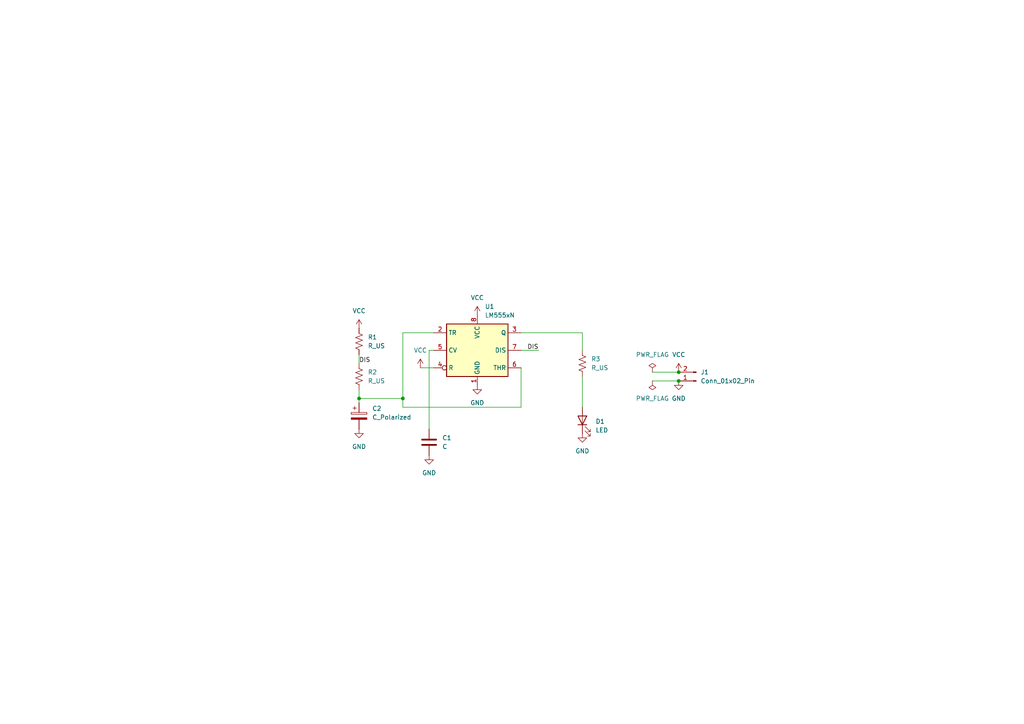
<source format=kicad_sch>
(kicad_sch (version 20231120) (generator "eeschema") (generator_version "8.0")
  (paper "A4")
  (title_block (title "Timer") (date "2024-10-26") (rev "V1"))
  (lib_symbols
    (symbol "Connector:Conn_01x02_Pin" (pin_names (offset 1.016) hide)
      (property "Reference" "J" (at 0 2.54 0))
      (property "Value" "Conn_01x02_Pin" (at 0 -5.08 0))
      (symbol "Conn_01x02_Pin_1_1"
        (polyline (pts (xy 1.27 -2.54) (xy 0.8636 -2.54)) (stroke (width 0.1524)))
        (polyline (pts (xy 1.27 0) (xy 0.8636 0)) (stroke (width 0.1524)))
        (rectangle (start 0.8636 -2.413) (end 0 -2.667) (stroke (width 0.1524)) (fill (type outline)))
        (rectangle (start 0.8636 0.127) (end 0 -0.127) (stroke (width 0.1524)) (fill (type outline)))
        (pin passive line (at 5.08 0 180) (length 3.81) (name "Pin_1") (number "1"))
        (pin passive line (at 5.08 -2.54 180) (length 3.81) (name "Pin_2") (number "2"))
      )
    )
    (symbol "Device:C" (pin_numbers hide) (pin_names (offset 0.254))
      (property "Reference" "C" (at 0.635 2.54 0))
      (property "Value" "C" (at 0.635 -2.54 0))
      (symbol "C_0_1"
        (polyline (pts (xy -2.032 -0.762) (xy 2.032 -0.762)) (stroke (width 0.508)))
        (polyline (pts (xy -2.032 0.762) (xy 2.032 0.762)) (stroke (width 0.508)))
      )
      (symbol "C_1_1"
        (pin passive line (at 0 3.81 270) (length 2.794) (name "~") (number "1"))
        (pin passive line (at 0 -3.81 90) (length 2.794) (name "~") (number "2"))
      )
    )
    (symbol "Device:C_Polarized" (pin_numbers hide) (pin_names (offset 0.254))
      (property "Reference" "C" (at 0.635 2.54 0))
      (property "Value" "C_Polarized" (at 0.635 -2.54 0))
      (symbol "C_Polarized_0_1"
        (rectangle (start -2.286 0.508) (end 2.286 1.016))
        (polyline (pts (xy -1.778 2.286) (xy -0.762 2.286)))
        (polyline (pts (xy -1.27 2.794) (xy -1.27 1.778)))
        (rectangle (start 2.286 -0.508) (end -2.286 -1.016) (fill (type outline)))
      )
      (symbol "C_Polarized_1_1"
        (pin passive line (at 0 3.81 270) (length 2.794) (name "~") (number "1"))
        (pin passive line (at 0 -3.81 90) (length 2.794) (name "~") (number "2"))
      )
    )
    (symbol "Device:LED" (pin_numbers hide) (pin_names (offset 1.016) hide)
      (property "Reference" "D" (at 0 2.54 0))
      (property "Value" "LED" (at 0 -2.54 0))
      (symbol "LED_0_1"
        (polyline (pts (xy -1.27 -1.27) (xy -1.27 1.27)) (stroke (width 0.254)))
        (polyline (pts (xy -1.27 0) (xy 1.27 0)))
        (polyline (pts (xy 1.27 -1.27) (xy 1.27 1.27) (xy -1.27 0) (xy 1.27 -1.27)) (stroke (width 0.254)))
        (polyline (pts (xy -3.048 -0.762) (xy -4.572 -2.286) (xy -3.81 -2.286) (xy -4.572 -2.286) (xy -4.572 -1.524)))
        (polyline (pts (xy -1.778 -0.762) (xy -3.302 -2.286) (xy -2.54 -2.286) (xy -3.302 -2.286) (xy -3.302 -1.524)))
      )
      (symbol "LED_1_1"
        (pin passive line (at -3.81 0 0) (length 2.54) (name "K") (number "1"))
        (pin passive line (at 3.81 0 180) (length 2.54) (name "A") (number "2"))
      )
    )
    (symbol "Device:R_US" (pin_numbers hide) (pin_names (offset 0))
      (property "Reference" "R" (at 2.54 0 90))
      (property "Value" "R_US" (at -2.54 0 90))
      (symbol "R_US_0_1"
        (polyline (pts (xy 0 -2.286) (xy 0 -2.54)))
        (polyline (pts (xy 0 2.286) (xy 0 2.54)))
        (polyline (pts (xy 0 -0.762) (xy 1.016 -1.143) (xy 0 -1.524) (xy -1.016 -1.905) (xy 0 -2.286)))
        (polyline (pts (xy 0 0.762) (xy 1.016 0.381) (xy 0 0) (xy -1.016 -0.381) (xy 0 -0.762)))
        (polyline (pts (xy 0 2.286) (xy 1.016 1.905) (xy 0 1.524) (xy -1.016 1.143) (xy 0 0.762)))
      )
      (symbol "R_US_1_1"
        (pin passive line (at 0 3.81 270) (length 1.27) (name "~") (number "1"))
        (pin passive line (at 0 -3.81 90) (length 1.27) (name "~") (number "2"))
      )
    )
    (symbol "Timer:LM555xN"
      (property "Reference" "U" (at -10.16 8.89 0))
      (property "Value" "LM555xN" (at 2.54 8.89 0))
      (symbol "LM555xN_0_0"
        (pin power_in line (at 0 -10.16 90) (length 2.54) (name "GND") (number "1"))
        (pin power_in line (at 0 10.16 270) (length 2.54) (name "VCC") (number "8"))
      )
      (symbol "LM555xN_0_1"
        (rectangle (start -8.89 -7.62) (end 8.89 7.62) (stroke (width 0.254)) (fill (type background)))
        (rectangle (start -8.89 -7.62) (end 8.89 7.62) (stroke (width 0.254)) (fill (type background)))
      )
      (symbol "LM555xN_1_1"
        (pin input line (at -12.7 5.08 0) (length 3.81) (name "TR") (number "2"))
        (pin output line (at 12.7 5.08 180) (length 3.81) (name "Q") (number "3"))
        (pin input inverted (at -12.7 -5.08 0) (length 3.81) (name "R") (number "4"))
        (pin input line (at -12.7 0 0) (length 3.81) (name "CV") (number "5"))
        (pin input line (at 12.7 -5.08 180) (length 3.81) (name "THR") (number "6"))
        (pin input line (at 12.7 0 180) (length 3.81) (name "DIS") (number "7"))
      )
    )
    (symbol "power:GND" (power) (pin_numbers hide) (pin_names (offset 0) hide)
      (property "Value" "GND" (at 0 -3.81 0))
      (symbol "GND_0_1"
        (polyline (pts (xy 0 0) (xy 0 -1.27) (xy 1.27 -1.27) (xy 0 -2.54) (xy -1.27 -1.27) (xy 0 -1.27)))
      )
      (symbol "GND_1_1"
        (pin power_in line (at 0 0 270) (length 0) (name "~") (number "1"))
      )
    )
    (symbol "power:PWR_FLAG" (power) (pin_numbers hide) (pin_names (offset 0) hide)
      (property "Value" "PWR_FLAG" (at 0 3.81 0))
      (symbol "PWR_FLAG_0_0"
        (pin power_out line (at 0 0 90) (length 0) (name "~") (number "1"))
      )
      (symbol "PWR_FLAG_0_1"
        (polyline (pts (xy 0 0) (xy 0 1.27) (xy -1.016 1.905) (xy 0 2.54) (xy 1.016 1.905) (xy 0 1.27)))
      )
    )
    (symbol "power:VCC" (power) (pin_numbers hide) (pin_names (offset 0) hide)
      (property "Value" "VCC" (at 0 3.556 0))
      (symbol "VCC_0_1"
        (polyline (pts (xy -0.762 1.27) (xy 0 2.54)))
        (polyline (pts (xy 0 0) (xy 0 2.54)))
        (polyline (pts (xy 0 2.54) (xy 0.762 1.27)))
      )
      (symbol "VCC_1_1"
        (pin power_in line (at 0 0 90) (length 0) (name "~") (number "1"))
      )
    )
  )
  (junction (at 196.85 107.95))
  (junction (at 116.84 115.57))
  (junction (at 196.85 110.49))
  (junction (at 104.14 115.57))
  (wire (pts (xy 104.14 115.57) (xy 104.14 116.84)))
  (wire (pts (xy 151.13 118.11) (xy 116.84 118.11)))
  (wire (pts (xy 124.46 101.6) (xy 124.46 124.46)))
  (wire (pts (xy 116.84 118.11) (xy 116.84 115.57)))
  (wire (pts (xy 189.23 110.49) (xy 196.85 110.49)))
  (wire (pts (xy 125.73 101.6) (xy 124.46 101.6)))
  (wire (pts (xy 151.13 106.68) (xy 151.13 118.11)))
  (wire (pts (xy 104.14 113.03) (xy 104.14 115.57)))
  (wire (pts (xy 189.23 107.95) (xy 196.85 107.95)))
  (wire (pts (xy 168.91 96.52) (xy 168.91 101.6)))
  (wire (pts (xy 125.73 96.52) (xy 116.84 96.52)))
  (wire (pts (xy 168.91 109.22) (xy 168.91 118.11)))
  (wire (pts (xy 116.84 115.57) (xy 104.14 115.57)))
  (wire (pts (xy 151.13 96.52) (xy 168.91 96.52)))
  (wire (pts (xy 121.92 106.68) (xy 125.73 106.68)))
  (wire (pts (xy 116.84 96.52) (xy 116.84 115.57)))
  (wire (pts (xy 156.21 101.6) (xy 151.13 101.6)))
  (wire (pts (xy 104.14 102.87) (xy 104.14 105.41)))
  (label "DIS" (at 156.21 101.6 180))
  (label "DIS" (at 104.14 105.41 0))
  (symbol (lib_id "power:GND") (at 104.14 124.46 0) (unit 1)
    (property "Reference" "#PWR01" (effects (hide yes)))
    (property "Value" "GND" (at 104.14 129.54 0))
    (property "Description" "Power symbol creates a global label with name \"GND\" , ground" (effects (hide yes)))
  )
  (symbol (lib_id "Device:LED") (at 168.91 121.92 90) (unit 1)
    (property "Reference" "D1" (at 172.72 122.2374 90) (effects (justify right)))
    (property "Value" "LED" (at 172.72 124.7774 90) (effects (justify right)))
    (property "Footprint" "LED_THT:LED_D4.0mm" (effects (hide yes)))
    (property "Description" "Light emitting diode" (effects (hide yes)))
  )
  (symbol (lib_id "Device:C_Polarized") (at 104.14 120.65 0) (unit 1)
    (property "Reference" "C2" (at 107.95 118.4909 0) (effects (justify left)))
    (property "Value" "C_Polarized" (at 107.95 121.0309 0) (effects (justify left)))
    (property "Footprint" "Capacitor_THT:CP_Radial_D5.0mm_P2.00mm" (effects (hide yes)))
    (property "Description" "Polarized capacitor" (effects (hide yes)))
  )
  (symbol (lib_id "power:VCC") (at 138.43 91.44 0) (unit 1)
    (property "Reference" "#PWR08" (effects (hide yes)))
    (property "Value" "VCC" (at 138.43 86.36 0))
    (property "Description" "Power symbol creates a global label with name \"VCC\"" (effects (hide yes)))
  )
  (symbol (lib_id "power:GND") (at 196.85 110.49 0) (unit 1)
    (property "Reference" "#PWR02" (effects (hide yes)))
    (property "Value" "GND" (at 196.85 115.57 0))
    (property "Description" "Power symbol creates a global label with name \"GND\" , ground" (effects (hide yes)))
  )
  (symbol (lib_id "Timer:LM555xN") (at 138.43 101.6 0) (unit 1)
    (property "Reference" "U1" (at 140.6241 88.9 0) (effects (justify left)))
    (property "Value" "LM555xN" (at 140.6241 91.44 0) (effects (justify left)))
    (property "Footprint" "Package_DIP:DIP-8_W7.62mm" (effects (hide yes)))
    (property "Datasheet" "http://www.ti.com/lit/ds/symlink/lm555.pdf" (effects (hide yes)))
    (property "Description" "Timer, 555 compatible, PDIP-8" (effects (hide yes)))
  )
  (symbol (lib_id "Device:R_US") (at 168.91 105.41 0) (unit 1)
    (property "Reference" "R3" (at 171.45 104.1399 0) (effects (justify left)))
    (property "Value" "R_US" (at 171.45 106.6799 0) (effects (justify left)))
    (property "Footprint" "Resistor_THT:R_Axial_DIN0411_L9.9mm_D3.6mm_P15.24mm_Horizontal" (effects (hide yes)))
    (property "Description" "Resistor, US symbol" (effects (hide yes)))
  )
  (symbol (lib_id "power:PWR_FLAG") (at 189.23 110.49 180) (unit 1)
    (property "Reference" "#FLG02" (effects (hide yes)))
    (property "Value" "PWR_FLAG" (at 189.23 115.57 0))
    (property "Description" "Special symbol for telling ERC where power comes from" (effects (hide yes)))
  )
  (symbol (lib_id "power:GND") (at 124.46 132.08 0) (unit 1)
    (property "Reference" "#PWR04" (effects (hide yes)))
    (property "Value" "GND" (at 124.46 137.16 0))
    (property "Description" "Power symbol creates a global label with name \"GND\" , ground" (effects (hide yes)))
  )
  (symbol (lib_id "Device:R_US") (at 104.14 109.22 0) (unit 1)
    (property "Reference" "R2" (at 106.68 107.9499 0) (effects (justify left)))
    (property "Value" "R_US" (at 106.68 110.4899 0) (effects (justify left)))
    (property "Footprint" "Resistor_THT:R_Axial_DIN0411_L9.9mm_D3.6mm_P15.24mm_Horizontal" (effects (hide yes)))
    (property "Description" "Resistor, US symbol" (effects (hide yes)))
  )
  (symbol (lib_id "Device:C") (at 124.46 128.27 0) (unit 1)
    (property "Reference" "C1" (at 128.27 126.9999 0) (effects (justify left)))
    (property "Value" "C" (at 128.27 129.5399 0) (effects (justify left)))
    (property "Footprint" "Capacitor_THT:C_Disc_D5.0mm_W2.5mm_P5.00mm" (effects (hide yes)))
    (property "Description" "Unpolarized capacitor" (effects (hide yes)))
  )
  (symbol (lib_id "power:GND") (at 168.91 125.73 0) (unit 1)
    (property "Reference" "#PWR03" (effects (hide yes)))
    (property "Value" "GND" (at 168.91 130.81 0))
    (property "Description" "Power symbol creates a global label with name \"GND\" , ground" (effects (hide yes)))
  )
  (symbol (lib_id "power:GND") (at 138.43 111.76 0) (unit 1)
    (property "Reference" "#PWR05" (effects (hide yes)))
    (property "Value" "GND" (at 138.43 116.84 0))
    (property "Description" "Power symbol creates a global label with name \"GND\" , ground" (effects (hide yes)))
  )
  (symbol (lib_id "power:VCC") (at 196.85 107.95 0) (unit 1)
    (property "Reference" "#PWR06" (effects (hide yes)))
    (property "Value" "VCC" (at 196.85 102.87 0))
    (property "Description" "Power symbol creates a global label with name \"VCC\"" (effects (hide yes)))
  )
  (symbol (lib_id "power:VCC") (at 104.14 95.25 0) (unit 1)
    (property "Reference" "#PWR07" (effects (hide yes)))
    (property "Value" "VCC" (at 104.14 90.17 0))
    (property "Description" "Power symbol creates a global label with name \"VCC\"" (effects (hide yes)))
  )
  (symbol (lib_id "power:VCC") (at 121.92 106.68 0) (unit 1)
    (property "Reference" "#PWR09" (effects (hide yes)))
    (property "Value" "VCC" (at 121.92 101.6 0))
    (property "Description" "Power symbol creates a global label with name \"VCC\"" (effects (hide yes)))
  )
  (symbol (lib_id "Device:R_US") (at 104.14 99.06 0) (unit 1)
    (property "Reference" "R1" (at 106.68 97.7899 0) (effects (justify left)))
    (property "Value" "R_US" (at 106.68 100.3299 0) (effects (justify left)))
    (property "Footprint" "Resistor_THT:R_Axial_DIN0411_L9.9mm_D3.6mm_P15.24mm_Horizontal" (effects (hide yes)))
    (property "Description" "Resistor, US symbol" (effects (hide yes)))
  )
  (symbol (lib_id "power:PWR_FLAG") (at 189.23 107.95 0) (unit 1)
    (property "Reference" "#FLG01" (effects (hide yes)))
    (property "Value" "PWR_FLAG" (at 189.23 102.87 0))
    (property "Description" "Special symbol for telling ERC where power comes from" (effects (hide yes)))
  )
  (symbol (lib_id "Connector:Conn_01x02_Pin") (at 201.93 110.49 180) (unit 1)
    (property "Reference" "J1" (at 203.2 107.9499 0) (effects (justify right)))
    (property "Value" "Conn_01x02_Pin" (at 203.2 110.4899 0) (effects (justify right)))
    (property "Footprint" "Connector_PinHeader_2.54mm:PinHeader_1x02_P2.54mm_Vertical" (effects (hide yes)))
    (property "Description" "Generic connector, single row, 01x02, script generated" (effects (hide yes)))
  )
)
</source>
